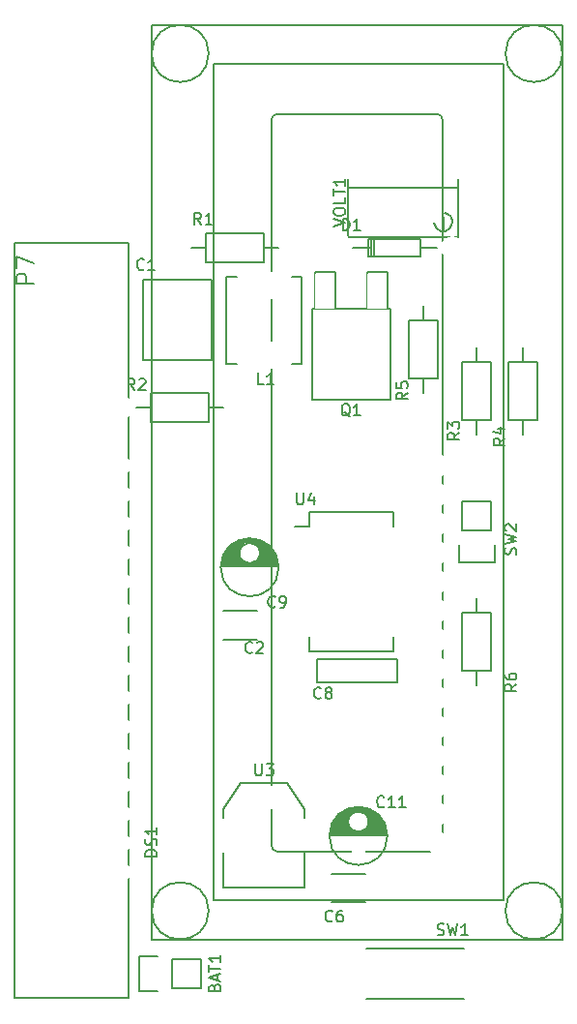
<source format=gto>
G04 #@! TF.FileFunction,Legend,Top*
%FSLAX46Y46*%
G04 Gerber Fmt 4.6, Leading zero omitted, Abs format (unit mm)*
G04 Created by KiCad (PCBNEW 4.0.2+dfsg1-stable) date Thu 25 May 2017 10:32:05 AM CEST*
%MOMM*%
G01*
G04 APERTURE LIST*
%ADD10C,0.100000*%
%ADD11C,0.150000*%
%ADD12C,1.998980*%
%ADD13C,2.000000*%
%ADD14O,3.800000X3.800000*%
%ADD15R,1.300000X1.300000*%
%ADD16C,1.300000*%
%ADD17O,1.000000X1.600000*%
%ADD18C,1.524000*%
%ADD19O,2.300000X1.600000*%
%ADD20R,2.000000X2.000000*%
%ADD21R,3.657600X2.032000*%
%ADD22R,1.016000X2.032000*%
%ADD23R,2.032000X2.032000*%
%ADD24O,2.032000X2.032000*%
%ADD25R,1.651000X3.048000*%
%ADD26R,6.096000X6.096000*%
%ADD27R,3.500120X2.349500*%
%ADD28O,2.600000X1.800000*%
%ADD29C,3.000000*%
G04 APERTURE END LIST*
D10*
D11*
X162560000Y-58420000D02*
X162560000Y-53340000D01*
X162560000Y-53340000D02*
X165100000Y-53340000D01*
X165100000Y-53340000D02*
X165100000Y-58420000D01*
X165100000Y-58420000D02*
X162560000Y-58420000D01*
X163830000Y-58420000D02*
X163830000Y-59690000D01*
X163830000Y-53340000D02*
X163830000Y-52070000D01*
X167230000Y-62040000D02*
X167230000Y-56960000D01*
X167230000Y-56960000D02*
X169770000Y-56960000D01*
X169770000Y-56960000D02*
X169770000Y-62040000D01*
X169770000Y-62040000D02*
X167230000Y-62040000D01*
X168500000Y-62040000D02*
X168500000Y-63310000D01*
X168500000Y-56960000D02*
X168500000Y-55690000D01*
X138000000Y-112600000D02*
X138000000Y-46600000D01*
X128000000Y-112600000D02*
X138000000Y-112600000D01*
X128000000Y-46600000D02*
X128000000Y-112600000D01*
X138000000Y-46600000D02*
X128000000Y-46600000D01*
X161500000Y-85000000D02*
X154500000Y-85000000D01*
X154500000Y-85000000D02*
X154500000Y-83000000D01*
X154500000Y-83000000D02*
X161500000Y-83000000D01*
X161500000Y-83000000D02*
X161500000Y-85000000D01*
X173770000Y-56960000D02*
X173770000Y-62040000D01*
X173770000Y-62040000D02*
X171230000Y-62040000D01*
X171230000Y-62040000D02*
X171230000Y-56960000D01*
X171230000Y-56960000D02*
X173770000Y-56960000D01*
X172500000Y-56960000D02*
X172500000Y-55690000D01*
X172500000Y-62040000D02*
X172500000Y-63310000D01*
X158800000Y-112690000D02*
X167400000Y-112690000D01*
X158800000Y-108290000D02*
X167400000Y-108290000D01*
X153805000Y-70095000D02*
X153805000Y-71365000D01*
X161155000Y-70095000D02*
X161155000Y-71365000D01*
X161155000Y-82305000D02*
X161155000Y-81035000D01*
X153805000Y-82305000D02*
X153805000Y-81035000D01*
X153805000Y-70095000D02*
X161155000Y-70095000D01*
X153805000Y-82305000D02*
X161155000Y-82305000D01*
X153805000Y-71365000D02*
X152520000Y-71365000D01*
X163576000Y-46990000D02*
X164973000Y-46990000D01*
X159131000Y-46990000D02*
X157607000Y-46990000D01*
X159512000Y-46228000D02*
X159512000Y-47752000D01*
X159258000Y-46228000D02*
X159258000Y-47752000D01*
X159004000Y-46990000D02*
X159004000Y-47752000D01*
X159004000Y-47752000D02*
X163576000Y-47752000D01*
X163576000Y-47752000D02*
X163576000Y-46228000D01*
X163576000Y-46228000D02*
X159004000Y-46228000D01*
X159004000Y-46228000D02*
X159004000Y-46990000D01*
X144780000Y-45720000D02*
X149860000Y-45720000D01*
X149860000Y-45720000D02*
X149860000Y-48260000D01*
X149860000Y-48260000D02*
X144780000Y-48260000D01*
X144780000Y-48260000D02*
X144780000Y-45720000D01*
X144780000Y-46990000D02*
X143510000Y-46990000D01*
X149860000Y-46990000D02*
X151130000Y-46990000D01*
X145040000Y-62270000D02*
X139960000Y-62270000D01*
X139960000Y-62270000D02*
X139960000Y-59730000D01*
X139960000Y-59730000D02*
X145040000Y-59730000D01*
X145040000Y-59730000D02*
X145040000Y-62270000D01*
X145040000Y-61000000D02*
X146310000Y-61000000D01*
X139960000Y-61000000D02*
X138690000Y-61000000D01*
X146304000Y-99949000D02*
X146304000Y-102997000D01*
X146304000Y-102997000D02*
X153416000Y-102997000D01*
X153416000Y-102997000D02*
X153416000Y-99949000D01*
X146304000Y-96901000D02*
X146304000Y-96139000D01*
X146304000Y-96139000D02*
X147828000Y-93853000D01*
X147828000Y-93853000D02*
X151892000Y-93853000D01*
X151892000Y-93853000D02*
X153416000Y-96139000D01*
X153416000Y-96139000D02*
X153416000Y-96901000D01*
X141770000Y-109220000D02*
X144310000Y-109220000D01*
X138950000Y-108940000D02*
X140500000Y-108940000D01*
X141770000Y-109220000D02*
X141770000Y-111760000D01*
X140500000Y-112040000D02*
X138950000Y-112040000D01*
X138950000Y-112040000D02*
X138950000Y-108940000D01*
X141770000Y-111760000D02*
X144310000Y-111760000D01*
X144310000Y-111760000D02*
X144310000Y-109220000D01*
X167230000Y-71730000D02*
X167230000Y-69190000D01*
X166950000Y-74550000D02*
X166950000Y-73000000D01*
X167230000Y-71730000D02*
X169770000Y-71730000D01*
X170050000Y-73000000D02*
X170050000Y-74550000D01*
X170050000Y-74550000D02*
X166950000Y-74550000D01*
X169770000Y-71730000D02*
X169770000Y-69190000D01*
X169770000Y-69190000D02*
X167230000Y-69190000D01*
X156083000Y-52324000D02*
X156083000Y-49149000D01*
X156083000Y-49149000D02*
X154305000Y-49149000D01*
X154305000Y-49149000D02*
X154305000Y-52324000D01*
X160655000Y-52324000D02*
X160655000Y-49149000D01*
X160655000Y-49149000D02*
X158877000Y-49149000D01*
X158877000Y-49149000D02*
X158877000Y-52324000D01*
X154051000Y-58420000D02*
X154051000Y-52324000D01*
X154051000Y-52324000D02*
X160909000Y-52324000D01*
X160909000Y-52324000D02*
X160909000Y-60198000D01*
X160909000Y-60325000D02*
X154051000Y-60325000D01*
X154051000Y-60198000D02*
X154051000Y-58420000D01*
X147459700Y-49540160D02*
X146560540Y-49540160D01*
X152260300Y-57139840D02*
X153159460Y-57139840D01*
X153159460Y-57139840D02*
X153159460Y-49540160D01*
X153159460Y-49540160D02*
X152260300Y-49540160D01*
X146560540Y-49540160D02*
X146560540Y-57139840D01*
X146560540Y-57139840D02*
X147459700Y-57139840D01*
X158750000Y-104250000D02*
X155750000Y-104250000D01*
X155750000Y-101750000D02*
X158750000Y-101750000D01*
X149250000Y-81250000D02*
X146250000Y-81250000D01*
X146250000Y-78750000D02*
X149250000Y-78750000D01*
X145240000Y-49800000D02*
X145240000Y-56800000D01*
X145240000Y-56800000D02*
X139240000Y-56800000D01*
X139240000Y-56800000D02*
X139240000Y-49800000D01*
X139240000Y-49800000D02*
X145240000Y-49800000D01*
X155616000Y-98370000D02*
X160614000Y-98370000D01*
X155624000Y-98230000D02*
X160606000Y-98230000D01*
X155640000Y-98090000D02*
X158020000Y-98090000D01*
X158210000Y-98090000D02*
X160590000Y-98090000D01*
X155664000Y-97950000D02*
X157625000Y-97950000D01*
X158605000Y-97950000D02*
X160566000Y-97950000D01*
X155697000Y-97810000D02*
X157458000Y-97810000D01*
X158772000Y-97810000D02*
X160533000Y-97810000D01*
X155738000Y-97670000D02*
X157351000Y-97670000D01*
X158879000Y-97670000D02*
X160492000Y-97670000D01*
X155788000Y-97530000D02*
X157280000Y-97530000D01*
X158950000Y-97530000D02*
X160442000Y-97530000D01*
X155849000Y-97390000D02*
X157236000Y-97390000D01*
X158994000Y-97390000D02*
X160381000Y-97390000D01*
X155919000Y-97250000D02*
X157217000Y-97250000D01*
X159013000Y-97250000D02*
X160311000Y-97250000D01*
X156001000Y-97110000D02*
X157219000Y-97110000D01*
X159011000Y-97110000D02*
X160229000Y-97110000D01*
X156096000Y-96970000D02*
X157244000Y-96970000D01*
X158986000Y-96970000D02*
X160134000Y-96970000D01*
X156207000Y-96830000D02*
X157292000Y-96830000D01*
X158938000Y-96830000D02*
X160023000Y-96830000D01*
X156335000Y-96690000D02*
X157370000Y-96690000D01*
X158860000Y-96690000D02*
X159895000Y-96690000D01*
X156484000Y-96550000D02*
X157487000Y-96550000D01*
X158743000Y-96550000D02*
X159746000Y-96550000D01*
X156663000Y-96410000D02*
X157675000Y-96410000D01*
X158555000Y-96410000D02*
X159567000Y-96410000D01*
X156882000Y-96270000D02*
X159348000Y-96270000D01*
X157171000Y-96130000D02*
X159059000Y-96130000D01*
X157643000Y-95990000D02*
X158587000Y-95990000D01*
X159015000Y-97195000D02*
G75*
G03X159015000Y-97195000I-900000J0D01*
G01*
X160652500Y-98445000D02*
G75*
G03X160652500Y-98445000I-2537500J0D01*
G01*
X146091000Y-74875000D02*
X151089000Y-74875000D01*
X146099000Y-74735000D02*
X151081000Y-74735000D01*
X146115000Y-74595000D02*
X148495000Y-74595000D01*
X148685000Y-74595000D02*
X151065000Y-74595000D01*
X146139000Y-74455000D02*
X148100000Y-74455000D01*
X149080000Y-74455000D02*
X151041000Y-74455000D01*
X146172000Y-74315000D02*
X147933000Y-74315000D01*
X149247000Y-74315000D02*
X151008000Y-74315000D01*
X146213000Y-74175000D02*
X147826000Y-74175000D01*
X149354000Y-74175000D02*
X150967000Y-74175000D01*
X146263000Y-74035000D02*
X147755000Y-74035000D01*
X149425000Y-74035000D02*
X150917000Y-74035000D01*
X146324000Y-73895000D02*
X147711000Y-73895000D01*
X149469000Y-73895000D02*
X150856000Y-73895000D01*
X146394000Y-73755000D02*
X147692000Y-73755000D01*
X149488000Y-73755000D02*
X150786000Y-73755000D01*
X146476000Y-73615000D02*
X147694000Y-73615000D01*
X149486000Y-73615000D02*
X150704000Y-73615000D01*
X146571000Y-73475000D02*
X147719000Y-73475000D01*
X149461000Y-73475000D02*
X150609000Y-73475000D01*
X146682000Y-73335000D02*
X147767000Y-73335000D01*
X149413000Y-73335000D02*
X150498000Y-73335000D01*
X146810000Y-73195000D02*
X147845000Y-73195000D01*
X149335000Y-73195000D02*
X150370000Y-73195000D01*
X146959000Y-73055000D02*
X147962000Y-73055000D01*
X149218000Y-73055000D02*
X150221000Y-73055000D01*
X147138000Y-72915000D02*
X148150000Y-72915000D01*
X149030000Y-72915000D02*
X150042000Y-72915000D01*
X147357000Y-72775000D02*
X149823000Y-72775000D01*
X147646000Y-72635000D02*
X149534000Y-72635000D01*
X148118000Y-72495000D02*
X149062000Y-72495000D01*
X149490000Y-73700000D02*
G75*
G03X149490000Y-73700000I-900000J0D01*
G01*
X151127500Y-74950000D02*
G75*
G03X151127500Y-74950000I-2537500J0D01*
G01*
X167230000Y-83960000D02*
X167230000Y-78880000D01*
X167230000Y-78880000D02*
X169770000Y-78880000D01*
X169770000Y-78880000D02*
X169770000Y-83960000D01*
X169770000Y-83960000D02*
X167230000Y-83960000D01*
X168500000Y-83960000D02*
X168500000Y-85230000D01*
X168500000Y-78880000D02*
X168500000Y-77610000D01*
X150501000Y-99299340D02*
X150501000Y-35799340D01*
X164999320Y-99799720D02*
X150998840Y-99799720D01*
X165499700Y-35799340D02*
X165499700Y-99299340D01*
X150998840Y-35298960D02*
X164999320Y-35298960D01*
X150998840Y-35301500D02*
G75*
G03X150501000Y-35799340I0J-497840D01*
G01*
X165499700Y-35799340D02*
G75*
G03X164999320Y-35298960I-500380J0D01*
G01*
X164999320Y-99799720D02*
G75*
G03X165499700Y-99299340I0J500380D01*
G01*
X150498460Y-99299340D02*
G75*
G03X150998840Y-99799720I500380J0D01*
G01*
X145400680Y-104099940D02*
X145400680Y-30899680D01*
X145400680Y-30899680D02*
X170800680Y-30899680D01*
X170800680Y-30899680D02*
X170800680Y-104099940D01*
X170800680Y-104099940D02*
X145400680Y-104099940D01*
X144999360Y-30000520D02*
G75*
G03X144999360Y-30000520I-2499360J0D01*
G01*
X176000060Y-30000520D02*
G75*
G03X176000060Y-30000520I-2499360J0D01*
G01*
X176002600Y-104999100D02*
G75*
G03X176002600Y-104999100I-2501900J0D01*
G01*
X144999360Y-104999100D02*
G75*
G03X144999360Y-104999100I-2499360J0D01*
G01*
X140000640Y-107501000D02*
X140000640Y-27501160D01*
X140000640Y-27501160D02*
X176000060Y-27501160D01*
X176000060Y-27501160D02*
X176000060Y-107501000D01*
X176000060Y-107501000D02*
X140000640Y-107501000D01*
X165556000Y-45532000D02*
X165556000Y-44262000D01*
X164768600Y-44782700D02*
X164806700Y-45036700D01*
X164806700Y-45036700D02*
X164984500Y-45316100D01*
X164984500Y-45316100D02*
X165302000Y-45532000D01*
X165302000Y-45532000D02*
X165746500Y-45544700D01*
X165746500Y-45544700D02*
X166102100Y-45341500D01*
X166102100Y-45341500D02*
X166279900Y-45049400D01*
X166279900Y-45049400D02*
X166330700Y-44731900D01*
X166330700Y-44731900D02*
X166229100Y-44325500D01*
X166229100Y-44325500D02*
X165886200Y-44071500D01*
X165886200Y-44071500D02*
X165708400Y-43982600D01*
X157174000Y-41722000D02*
X166826000Y-41722000D01*
X166826000Y-44770000D02*
X166826000Y-46040000D01*
X166826000Y-46040000D02*
X157174000Y-46040000D01*
X157174000Y-46040000D02*
X157174000Y-40960000D01*
X166826000Y-40960000D02*
X166826000Y-43500000D01*
X166826000Y-43500000D02*
X166826000Y-44770000D01*
X162452381Y-59666666D02*
X161976190Y-60000000D01*
X162452381Y-60238095D02*
X161452381Y-60238095D01*
X161452381Y-59857142D01*
X161500000Y-59761904D01*
X161547619Y-59714285D01*
X161642857Y-59666666D01*
X161785714Y-59666666D01*
X161880952Y-59714285D01*
X161928571Y-59761904D01*
X161976190Y-59857142D01*
X161976190Y-60238095D01*
X161452381Y-58761904D02*
X161452381Y-59238095D01*
X161928571Y-59285714D01*
X161880952Y-59238095D01*
X161833333Y-59142857D01*
X161833333Y-58904761D01*
X161880952Y-58809523D01*
X161928571Y-58761904D01*
X162023810Y-58714285D01*
X162261905Y-58714285D01*
X162357143Y-58761904D01*
X162404762Y-58809523D01*
X162452381Y-58904761D01*
X162452381Y-59142857D01*
X162404762Y-59238095D01*
X162357143Y-59285714D01*
X166952381Y-63166666D02*
X166476190Y-63500000D01*
X166952381Y-63738095D02*
X165952381Y-63738095D01*
X165952381Y-63357142D01*
X166000000Y-63261904D01*
X166047619Y-63214285D01*
X166142857Y-63166666D01*
X166285714Y-63166666D01*
X166380952Y-63214285D01*
X166428571Y-63261904D01*
X166476190Y-63357142D01*
X166476190Y-63738095D01*
X165952381Y-62833333D02*
X165952381Y-62214285D01*
X166333333Y-62547619D01*
X166333333Y-62404761D01*
X166380952Y-62309523D01*
X166428571Y-62261904D01*
X166523810Y-62214285D01*
X166761905Y-62214285D01*
X166857143Y-62261904D01*
X166904762Y-62309523D01*
X166952381Y-62404761D01*
X166952381Y-62690476D01*
X166904762Y-62785714D01*
X166857143Y-62833333D01*
X129678571Y-50107142D02*
X128178571Y-50107142D01*
X128178571Y-49535714D01*
X128250000Y-49392856D01*
X128321429Y-49321428D01*
X128464286Y-49249999D01*
X128678571Y-49249999D01*
X128821429Y-49321428D01*
X128892857Y-49392856D01*
X128964286Y-49535714D01*
X128964286Y-50107142D01*
X128178571Y-48749999D02*
X128178571Y-47749999D01*
X129678571Y-48392856D01*
X154833334Y-86357143D02*
X154785715Y-86404762D01*
X154642858Y-86452381D01*
X154547620Y-86452381D01*
X154404762Y-86404762D01*
X154309524Y-86309524D01*
X154261905Y-86214286D01*
X154214286Y-86023810D01*
X154214286Y-85880952D01*
X154261905Y-85690476D01*
X154309524Y-85595238D01*
X154404762Y-85500000D01*
X154547620Y-85452381D01*
X154642858Y-85452381D01*
X154785715Y-85500000D01*
X154833334Y-85547619D01*
X155404762Y-85880952D02*
X155309524Y-85833333D01*
X155261905Y-85785714D01*
X155214286Y-85690476D01*
X155214286Y-85642857D01*
X155261905Y-85547619D01*
X155309524Y-85500000D01*
X155404762Y-85452381D01*
X155595239Y-85452381D01*
X155690477Y-85500000D01*
X155738096Y-85547619D01*
X155785715Y-85642857D01*
X155785715Y-85690476D01*
X155738096Y-85785714D01*
X155690477Y-85833333D01*
X155595239Y-85880952D01*
X155404762Y-85880952D01*
X155309524Y-85928571D01*
X155261905Y-85976190D01*
X155214286Y-86071429D01*
X155214286Y-86261905D01*
X155261905Y-86357143D01*
X155309524Y-86404762D01*
X155404762Y-86452381D01*
X155595239Y-86452381D01*
X155690477Y-86404762D01*
X155738096Y-86357143D01*
X155785715Y-86261905D01*
X155785715Y-86071429D01*
X155738096Y-85976190D01*
X155690477Y-85928571D01*
X155595239Y-85880952D01*
X170952381Y-63666666D02*
X170476190Y-64000000D01*
X170952381Y-64238095D02*
X169952381Y-64238095D01*
X169952381Y-63857142D01*
X170000000Y-63761904D01*
X170047619Y-63714285D01*
X170142857Y-63666666D01*
X170285714Y-63666666D01*
X170380952Y-63714285D01*
X170428571Y-63761904D01*
X170476190Y-63857142D01*
X170476190Y-64238095D01*
X170285714Y-62809523D02*
X170952381Y-62809523D01*
X169904762Y-63047619D02*
X170619048Y-63285714D01*
X170619048Y-62666666D01*
X165036667Y-107084762D02*
X165179524Y-107132381D01*
X165417620Y-107132381D01*
X165512858Y-107084762D01*
X165560477Y-107037143D01*
X165608096Y-106941905D01*
X165608096Y-106846667D01*
X165560477Y-106751429D01*
X165512858Y-106703810D01*
X165417620Y-106656190D01*
X165227143Y-106608571D01*
X165131905Y-106560952D01*
X165084286Y-106513333D01*
X165036667Y-106418095D01*
X165036667Y-106322857D01*
X165084286Y-106227619D01*
X165131905Y-106180000D01*
X165227143Y-106132381D01*
X165465239Y-106132381D01*
X165608096Y-106180000D01*
X165941429Y-106132381D02*
X166179524Y-107132381D01*
X166370001Y-106418095D01*
X166560477Y-107132381D01*
X166798572Y-106132381D01*
X167703334Y-107132381D02*
X167131905Y-107132381D01*
X167417619Y-107132381D02*
X167417619Y-106132381D01*
X167322381Y-106275238D01*
X167227143Y-106370476D01*
X167131905Y-106418095D01*
X152738095Y-68452381D02*
X152738095Y-69261905D01*
X152785714Y-69357143D01*
X152833333Y-69404762D01*
X152928571Y-69452381D01*
X153119048Y-69452381D01*
X153214286Y-69404762D01*
X153261905Y-69357143D01*
X153309524Y-69261905D01*
X153309524Y-68452381D01*
X154214286Y-68785714D02*
X154214286Y-69452381D01*
X153976190Y-68404762D02*
X153738095Y-69119048D01*
X154357143Y-69119048D01*
X156761905Y-45452381D02*
X156761905Y-44452381D01*
X157000000Y-44452381D01*
X157142858Y-44500000D01*
X157238096Y-44595238D01*
X157285715Y-44690476D01*
X157333334Y-44880952D01*
X157333334Y-45023810D01*
X157285715Y-45214286D01*
X157238096Y-45309524D01*
X157142858Y-45404762D01*
X157000000Y-45452381D01*
X156761905Y-45452381D01*
X158285715Y-45452381D02*
X157714286Y-45452381D01*
X158000000Y-45452381D02*
X158000000Y-44452381D01*
X157904762Y-44595238D01*
X157809524Y-44690476D01*
X157714286Y-44738095D01*
X144333334Y-44952381D02*
X144000000Y-44476190D01*
X143761905Y-44952381D02*
X143761905Y-43952381D01*
X144142858Y-43952381D01*
X144238096Y-44000000D01*
X144285715Y-44047619D01*
X144333334Y-44142857D01*
X144333334Y-44285714D01*
X144285715Y-44380952D01*
X144238096Y-44428571D01*
X144142858Y-44476190D01*
X143761905Y-44476190D01*
X145285715Y-44952381D02*
X144714286Y-44952381D01*
X145000000Y-44952381D02*
X145000000Y-43952381D01*
X144904762Y-44095238D01*
X144809524Y-44190476D01*
X144714286Y-44238095D01*
X138523334Y-59452381D02*
X138190000Y-58976190D01*
X137951905Y-59452381D02*
X137951905Y-58452381D01*
X138332858Y-58452381D01*
X138428096Y-58500000D01*
X138475715Y-58547619D01*
X138523334Y-58642857D01*
X138523334Y-58785714D01*
X138475715Y-58880952D01*
X138428096Y-58928571D01*
X138332858Y-58976190D01*
X137951905Y-58976190D01*
X138904286Y-58547619D02*
X138951905Y-58500000D01*
X139047143Y-58452381D01*
X139285239Y-58452381D01*
X139380477Y-58500000D01*
X139428096Y-58547619D01*
X139475715Y-58642857D01*
X139475715Y-58738095D01*
X139428096Y-58880952D01*
X138856667Y-59452381D01*
X139475715Y-59452381D01*
X149098095Y-92162381D02*
X149098095Y-92971905D01*
X149145714Y-93067143D01*
X149193333Y-93114762D01*
X149288571Y-93162381D01*
X149479048Y-93162381D01*
X149574286Y-93114762D01*
X149621905Y-93067143D01*
X149669524Y-92971905D01*
X149669524Y-92162381D01*
X150050476Y-92162381D02*
X150669524Y-92162381D01*
X150336190Y-92543333D01*
X150479048Y-92543333D01*
X150574286Y-92590952D01*
X150621905Y-92638571D01*
X150669524Y-92733810D01*
X150669524Y-92971905D01*
X150621905Y-93067143D01*
X150574286Y-93114762D01*
X150479048Y-93162381D01*
X150193333Y-93162381D01*
X150098095Y-93114762D01*
X150050476Y-93067143D01*
X145508571Y-111704285D02*
X145556190Y-111561428D01*
X145603810Y-111513809D01*
X145699048Y-111466190D01*
X145841905Y-111466190D01*
X145937143Y-111513809D01*
X145984762Y-111561428D01*
X146032381Y-111656666D01*
X146032381Y-112037619D01*
X145032381Y-112037619D01*
X145032381Y-111704285D01*
X145080000Y-111609047D01*
X145127619Y-111561428D01*
X145222857Y-111513809D01*
X145318095Y-111513809D01*
X145413333Y-111561428D01*
X145460952Y-111609047D01*
X145508571Y-111704285D01*
X145508571Y-112037619D01*
X145746667Y-111085238D02*
X145746667Y-110609047D01*
X146032381Y-111180476D02*
X145032381Y-110847143D01*
X146032381Y-110513809D01*
X145032381Y-110323333D02*
X145032381Y-109751904D01*
X146032381Y-110037619D02*
X145032381Y-110037619D01*
X146032381Y-108894761D02*
X146032381Y-109466190D01*
X146032381Y-109180476D02*
X145032381Y-109180476D01*
X145175238Y-109275714D01*
X145270476Y-109370952D01*
X145318095Y-109466190D01*
X171904762Y-73833333D02*
X171952381Y-73690476D01*
X171952381Y-73452380D01*
X171904762Y-73357142D01*
X171857143Y-73309523D01*
X171761905Y-73261904D01*
X171666667Y-73261904D01*
X171571429Y-73309523D01*
X171523810Y-73357142D01*
X171476190Y-73452380D01*
X171428571Y-73642857D01*
X171380952Y-73738095D01*
X171333333Y-73785714D01*
X171238095Y-73833333D01*
X171142857Y-73833333D01*
X171047619Y-73785714D01*
X171000000Y-73738095D01*
X170952381Y-73642857D01*
X170952381Y-73404761D01*
X171000000Y-73261904D01*
X170952381Y-72928571D02*
X171952381Y-72690476D01*
X171238095Y-72499999D01*
X171952381Y-72309523D01*
X170952381Y-72071428D01*
X171047619Y-71738095D02*
X171000000Y-71690476D01*
X170952381Y-71595238D01*
X170952381Y-71357142D01*
X171000000Y-71261904D01*
X171047619Y-71214285D01*
X171142857Y-71166666D01*
X171238095Y-71166666D01*
X171380952Y-71214285D01*
X171952381Y-71785714D01*
X171952381Y-71166666D01*
X157384762Y-61761619D02*
X157289524Y-61714000D01*
X157194286Y-61618762D01*
X157051429Y-61475905D01*
X156956190Y-61428286D01*
X156860952Y-61428286D01*
X156908571Y-61666381D02*
X156813333Y-61618762D01*
X156718095Y-61523524D01*
X156670476Y-61333048D01*
X156670476Y-60999714D01*
X156718095Y-60809238D01*
X156813333Y-60714000D01*
X156908571Y-60666381D01*
X157099048Y-60666381D01*
X157194286Y-60714000D01*
X157289524Y-60809238D01*
X157337143Y-60999714D01*
X157337143Y-61333048D01*
X157289524Y-61523524D01*
X157194286Y-61618762D01*
X157099048Y-61666381D01*
X156908571Y-61666381D01*
X158289524Y-61666381D02*
X157718095Y-61666381D01*
X158003809Y-61666381D02*
X158003809Y-60666381D01*
X157908571Y-60809238D01*
X157813333Y-60904476D01*
X157718095Y-60952095D01*
X149833334Y-58952381D02*
X149357143Y-58952381D01*
X149357143Y-57952381D01*
X150690477Y-58952381D02*
X150119048Y-58952381D01*
X150404762Y-58952381D02*
X150404762Y-57952381D01*
X150309524Y-58095238D01*
X150214286Y-58190476D01*
X150119048Y-58238095D01*
X155833334Y-105857143D02*
X155785715Y-105904762D01*
X155642858Y-105952381D01*
X155547620Y-105952381D01*
X155404762Y-105904762D01*
X155309524Y-105809524D01*
X155261905Y-105714286D01*
X155214286Y-105523810D01*
X155214286Y-105380952D01*
X155261905Y-105190476D01*
X155309524Y-105095238D01*
X155404762Y-105000000D01*
X155547620Y-104952381D01*
X155642858Y-104952381D01*
X155785715Y-105000000D01*
X155833334Y-105047619D01*
X156690477Y-104952381D02*
X156500000Y-104952381D01*
X156404762Y-105000000D01*
X156357143Y-105047619D01*
X156261905Y-105190476D01*
X156214286Y-105380952D01*
X156214286Y-105761905D01*
X156261905Y-105857143D01*
X156309524Y-105904762D01*
X156404762Y-105952381D01*
X156595239Y-105952381D01*
X156690477Y-105904762D01*
X156738096Y-105857143D01*
X156785715Y-105761905D01*
X156785715Y-105523810D01*
X156738096Y-105428571D01*
X156690477Y-105380952D01*
X156595239Y-105333333D01*
X156404762Y-105333333D01*
X156309524Y-105380952D01*
X156261905Y-105428571D01*
X156214286Y-105523810D01*
X148833334Y-82357143D02*
X148785715Y-82404762D01*
X148642858Y-82452381D01*
X148547620Y-82452381D01*
X148404762Y-82404762D01*
X148309524Y-82309524D01*
X148261905Y-82214286D01*
X148214286Y-82023810D01*
X148214286Y-81880952D01*
X148261905Y-81690476D01*
X148309524Y-81595238D01*
X148404762Y-81500000D01*
X148547620Y-81452381D01*
X148642858Y-81452381D01*
X148785715Y-81500000D01*
X148833334Y-81547619D01*
X149214286Y-81547619D02*
X149261905Y-81500000D01*
X149357143Y-81452381D01*
X149595239Y-81452381D01*
X149690477Y-81500000D01*
X149738096Y-81547619D01*
X149785715Y-81642857D01*
X149785715Y-81738095D01*
X149738096Y-81880952D01*
X149166667Y-82452381D01*
X149785715Y-82452381D01*
X139333334Y-48857143D02*
X139285715Y-48904762D01*
X139142858Y-48952381D01*
X139047620Y-48952381D01*
X138904762Y-48904762D01*
X138809524Y-48809524D01*
X138761905Y-48714286D01*
X138714286Y-48523810D01*
X138714286Y-48380952D01*
X138761905Y-48190476D01*
X138809524Y-48095238D01*
X138904762Y-48000000D01*
X139047620Y-47952381D01*
X139142858Y-47952381D01*
X139285715Y-48000000D01*
X139333334Y-48047619D01*
X140285715Y-48952381D02*
X139714286Y-48952381D01*
X140000000Y-48952381D02*
X140000000Y-47952381D01*
X139904762Y-48095238D01*
X139809524Y-48190476D01*
X139714286Y-48238095D01*
X160357143Y-95857143D02*
X160309524Y-95904762D01*
X160166667Y-95952381D01*
X160071429Y-95952381D01*
X159928571Y-95904762D01*
X159833333Y-95809524D01*
X159785714Y-95714286D01*
X159738095Y-95523810D01*
X159738095Y-95380952D01*
X159785714Y-95190476D01*
X159833333Y-95095238D01*
X159928571Y-95000000D01*
X160071429Y-94952381D01*
X160166667Y-94952381D01*
X160309524Y-95000000D01*
X160357143Y-95047619D01*
X161309524Y-95952381D02*
X160738095Y-95952381D01*
X161023809Y-95952381D02*
X161023809Y-94952381D01*
X160928571Y-95095238D01*
X160833333Y-95190476D01*
X160738095Y-95238095D01*
X162261905Y-95952381D02*
X161690476Y-95952381D01*
X161976190Y-95952381D02*
X161976190Y-94952381D01*
X161880952Y-95095238D01*
X161785714Y-95190476D01*
X161690476Y-95238095D01*
X150833334Y-78357143D02*
X150785715Y-78404762D01*
X150642858Y-78452381D01*
X150547620Y-78452381D01*
X150404762Y-78404762D01*
X150309524Y-78309524D01*
X150261905Y-78214286D01*
X150214286Y-78023810D01*
X150214286Y-77880952D01*
X150261905Y-77690476D01*
X150309524Y-77595238D01*
X150404762Y-77500000D01*
X150547620Y-77452381D01*
X150642858Y-77452381D01*
X150785715Y-77500000D01*
X150833334Y-77547619D01*
X151309524Y-78452381D02*
X151500000Y-78452381D01*
X151595239Y-78404762D01*
X151642858Y-78357143D01*
X151738096Y-78214286D01*
X151785715Y-78023810D01*
X151785715Y-77642857D01*
X151738096Y-77547619D01*
X151690477Y-77500000D01*
X151595239Y-77452381D01*
X151404762Y-77452381D01*
X151309524Y-77500000D01*
X151261905Y-77547619D01*
X151214286Y-77642857D01*
X151214286Y-77880952D01*
X151261905Y-77976190D01*
X151309524Y-78023810D01*
X151404762Y-78071429D01*
X151595239Y-78071429D01*
X151690477Y-78023810D01*
X151738096Y-77976190D01*
X151785715Y-77880952D01*
X171952381Y-85166666D02*
X171476190Y-85500000D01*
X171952381Y-85738095D02*
X170952381Y-85738095D01*
X170952381Y-85357142D01*
X171000000Y-85261904D01*
X171047619Y-85214285D01*
X171142857Y-85166666D01*
X171285714Y-85166666D01*
X171380952Y-85214285D01*
X171428571Y-85261904D01*
X171476190Y-85357142D01*
X171476190Y-85738095D01*
X170952381Y-84309523D02*
X170952381Y-84500000D01*
X171000000Y-84595238D01*
X171047619Y-84642857D01*
X171190476Y-84738095D01*
X171380952Y-84785714D01*
X171761905Y-84785714D01*
X171857143Y-84738095D01*
X171904762Y-84690476D01*
X171952381Y-84595238D01*
X171952381Y-84404761D01*
X171904762Y-84309523D01*
X171857143Y-84261904D01*
X171761905Y-84214285D01*
X171523810Y-84214285D01*
X171428571Y-84261904D01*
X171380952Y-84309523D01*
X171333333Y-84404761D01*
X171333333Y-84595238D01*
X171380952Y-84690476D01*
X171428571Y-84738095D01*
X171523810Y-84785714D01*
X140452381Y-100214286D02*
X139452381Y-100214286D01*
X139452381Y-99976191D01*
X139500000Y-99833333D01*
X139595238Y-99738095D01*
X139690476Y-99690476D01*
X139880952Y-99642857D01*
X140023810Y-99642857D01*
X140214286Y-99690476D01*
X140309524Y-99738095D01*
X140404762Y-99833333D01*
X140452381Y-99976191D01*
X140452381Y-100214286D01*
X140404762Y-99261905D02*
X140452381Y-99119048D01*
X140452381Y-98880952D01*
X140404762Y-98785714D01*
X140357143Y-98738095D01*
X140261905Y-98690476D01*
X140166667Y-98690476D01*
X140071429Y-98738095D01*
X140023810Y-98785714D01*
X139976190Y-98880952D01*
X139928571Y-99071429D01*
X139880952Y-99166667D01*
X139833333Y-99214286D01*
X139738095Y-99261905D01*
X139642857Y-99261905D01*
X139547619Y-99214286D01*
X139500000Y-99166667D01*
X139452381Y-99071429D01*
X139452381Y-98833333D01*
X139500000Y-98690476D01*
X140452381Y-97738095D02*
X140452381Y-98309524D01*
X140452381Y-98023810D02*
X139452381Y-98023810D01*
X139595238Y-98119048D01*
X139690476Y-98214286D01*
X139738095Y-98309524D01*
X155952381Y-45119048D02*
X156952381Y-44785715D01*
X155952381Y-44452381D01*
X155952381Y-43928572D02*
X155952381Y-43738095D01*
X156000000Y-43642857D01*
X156095238Y-43547619D01*
X156285714Y-43500000D01*
X156619048Y-43500000D01*
X156809524Y-43547619D01*
X156904762Y-43642857D01*
X156952381Y-43738095D01*
X156952381Y-43928572D01*
X156904762Y-44023810D01*
X156809524Y-44119048D01*
X156619048Y-44166667D01*
X156285714Y-44166667D01*
X156095238Y-44119048D01*
X156000000Y-44023810D01*
X155952381Y-43928572D01*
X156952381Y-42595238D02*
X156952381Y-43071429D01*
X155952381Y-43071429D01*
X155952381Y-42404762D02*
X155952381Y-41833333D01*
X156952381Y-42119048D02*
X155952381Y-42119048D01*
X156952381Y-40976190D02*
X156952381Y-41547619D01*
X156952381Y-41261905D02*
X155952381Y-41261905D01*
X156095238Y-41357143D01*
X156190476Y-41452381D01*
X156238095Y-41547619D01*
%LPC*%
D12*
X163830000Y-60960000D03*
X163830000Y-50800000D03*
D13*
X165100000Y-66040000D03*
X165100000Y-68580000D03*
X165100000Y-71120000D03*
X165100000Y-73660000D03*
X165100000Y-76200000D03*
X165100000Y-78740000D03*
X165100000Y-81280000D03*
X165100000Y-83820000D03*
X165100000Y-86360000D03*
X165100000Y-88900000D03*
X165100000Y-91440000D03*
X165100000Y-93980000D03*
X165100000Y-96520000D03*
X165100000Y-99060000D03*
X165100000Y-101600000D03*
X137160000Y-101600000D03*
X137160000Y-99060000D03*
X137160000Y-96520000D03*
X137160000Y-93980000D03*
X137160000Y-91440000D03*
X137160000Y-88900000D03*
X137160000Y-86360000D03*
X137160000Y-83820000D03*
X137160000Y-81280000D03*
X137160000Y-78740000D03*
X137160000Y-76200000D03*
X137160000Y-73660000D03*
X137160000Y-71120000D03*
X137160000Y-68580000D03*
X137160000Y-66040000D03*
D12*
X168500000Y-64580000D03*
X168500000Y-54420000D03*
D14*
X133000000Y-50600000D03*
X133000000Y-58000000D03*
X133000000Y-109400000D03*
X133000000Y-102000000D03*
D15*
X160500000Y-84000000D03*
D16*
X155500000Y-84000000D03*
D12*
X172500000Y-54420000D03*
X172500000Y-64580000D03*
D17*
X163100000Y-110490000D03*
X161100000Y-110490000D03*
X165100000Y-110490000D03*
D18*
X167200000Y-110490000D03*
X159000000Y-110490000D03*
D19*
X153670000Y-72390000D03*
X153670000Y-74930000D03*
X153670000Y-77470000D03*
X153670000Y-80010000D03*
X161290000Y-80010000D03*
X161290000Y-77470000D03*
X161290000Y-74930000D03*
X161290000Y-72390000D03*
D13*
X166370000Y-46990000D03*
D20*
X156210000Y-46990000D03*
D12*
X142240000Y-46990000D03*
X152400000Y-46990000D03*
X147580000Y-61000000D03*
X137420000Y-61000000D03*
D21*
X149860000Y-95123000D03*
D22*
X149860000Y-101727000D03*
X152146000Y-101727000D03*
X147574000Y-101727000D03*
D23*
X140500000Y-110490000D03*
D24*
X143040000Y-110490000D03*
D23*
X168500000Y-73000000D03*
D24*
X168500000Y-70460000D03*
D25*
X159766000Y-50800000D03*
D26*
X157480000Y-57150000D03*
D25*
X155194000Y-50800000D03*
D27*
X149860000Y-56365140D03*
X149860000Y-50314860D03*
D15*
X158500000Y-103000000D03*
D16*
X156000000Y-103000000D03*
D15*
X149000000Y-80000000D03*
D16*
X146500000Y-80000000D03*
D15*
X142240000Y-50800000D03*
D16*
X142240000Y-55800000D03*
D15*
X158115000Y-99695000D03*
D16*
X158115000Y-97195000D03*
D15*
X148590000Y-76200000D03*
D16*
X148590000Y-73700000D03*
D12*
X168500000Y-86500000D03*
X168500000Y-76340000D03*
D28*
X142500000Y-99500000D03*
X142500000Y-96960000D03*
X142500000Y-94420000D03*
X142500000Y-91880000D03*
X142500000Y-89340000D03*
X142500000Y-86800000D03*
X142500000Y-84260000D03*
X142500000Y-81720000D03*
X142500000Y-79180000D03*
X142500000Y-76640000D03*
X142500000Y-74100000D03*
X142500000Y-71560000D03*
X142500000Y-69020000D03*
X142500000Y-66480000D03*
D29*
X142500000Y-104999100D03*
X173500700Y-104999100D03*
X173500700Y-30000520D03*
X142500000Y-30000520D03*
D18*
X162000000Y-43500000D03*
X159460000Y-43500000D03*
X164540000Y-43500000D03*
M02*

</source>
